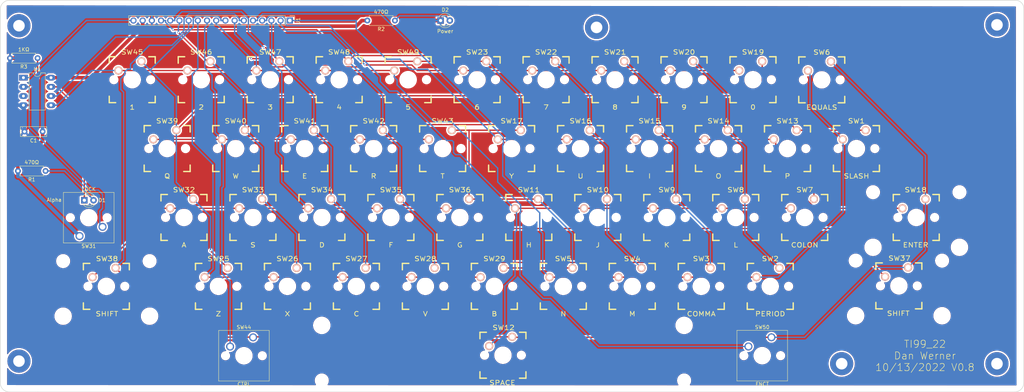
<source format=kicad_pcb>
(kicad_pcb (version 20211014) (generator pcbnew)
  (layers (0 "F.Cu" signal) (31 "B.Cu" signal) (34 "B.Paste" user) (35 "F.Paste" user) (36 "B.SilkS" user "B.Silkscreen") (37 "F.SilkS" user "F.Silkscreen") (38 "B.Mask" user) (39 "F.Mask" user) (44 "Edge.Cuts" user))
  (net 0 "")
  (net 1 "PB7")
  (net 2 "PB6")
  (net 3 "PB5")
  (net 4 "PB4")
  (net 5 "PB3")
  (net 6 "PB2")
  (net 7 "PB1")
  (net 8 "PB0")
  (net 9 "PA6")
  (net 10 "PA5")
  (net 11 "PA4")
  (net 12 "PA3")
  (net 13 "PA2")
  (net 14 "PA1")
  (net 15 "PA0")
  (net 16 "VCC")
  (net 17 "GND")
  (net 18 "Net-(D1-Pad2)")
  (net 19 "Net-(D2-Pad2)")
  (net 20 "~{RESET}")
  (net 21 "LOCK")
  (net 23 "Net-(D1-Pad1)")
  (footprint "Cherry_MX:CHERRY_PCB_100H" (layer "F.Cu") (at 243.205 124.46)
    (fp_text reference "SW19")
    (fp_text value "0")
  )
  (footprint "Cherry_MX:CHERRY_PCB_100H" (layer "F.Cu") (at 71.755 124.46)
    (fp_text reference "SW45")
    (fp_text value "1")
  )
  (footprint "Cherry_MX:CHERRY_PCB_100H" (layer "F.Cu") (at 90.805 124.46)
    (fp_text reference "SW46")
    (fp_text value "2")
  )
  (footprint "Cherry_MX:CHERRY_PCB_100H" (layer "F.Cu") (at 109.855 124.46)
    (fp_text reference "SW47")
    (fp_text value "3")
  )
  (footprint "Cherry_MX:CHERRY_PCB_100H" (layer "F.Cu") (at 128.905 124.46)
    (fp_text reference "SW48")
    (fp_text value "4")
  )
  (footprint "Cherry_MX:CHERRY_PCB_100H" (layer "F.Cu") (at 147.955 124.46)
    (fp_text reference "SW49")
    (fp_text value "5")
  )
  (footprint "Cherry_MX:CHERRY_PCB_100H" (layer "F.Cu") (at 167.005 124.46)
    (fp_text reference "SW23")
    (fp_text value "6")
  )
  (footprint "Cherry_MX:CHERRY_PCB_100H" (layer "F.Cu") (at 186.055 124.46)
    (fp_text reference "SW22")
    (fp_text value "7")
  )
  (footprint "Cherry_MX:CHERRY_PCB_100H" (layer "F.Cu") (at 205.105 124.46)
    (fp_text reference "SW21")
    (fp_text value "8")
  )
  (footprint "Cherry_MX:CHERRY_PCB_100H" (layer "F.Cu") (at 224.155 124.46)
    (fp_text reference "SW20")
    (fp_text value "9")
  )
  (footprint "Button_Switch_Keyboard:SW_Cherry_MX_1.25u_PCB" (layer "F.Cu") (at 248.3 195.7)
    (fp_text reference "SW50")
    (fp_text value "FNCT")
  )
  (footprint "Cherry_MX:CHERRY_PCB_100H" (layer "F.Cu") (at 262.2 124.5)
    (fp_text reference "SW6")
    (fp_text value "EQUALS")
  )
  (footprint "Cherry_MX:CHERRY_PCB_100H" (layer "F.Cu") (at 271.78 143.51)
    (fp_text reference "SW1")
    (fp_text value "SLASH")
  )
  (footprint "Cherry_MX:CHERRY_PCB_100H" (layer "F.Cu") (at 257.492 162.56)
    (fp_text reference "SW7")
    (fp_text value "COLON")
  )
  (footprint "Cherry_MX:CHERRY_PCB_100H" (layer "F.Cu") (at 228.918 181.61)
    (fp_text reference "SW3")
    (fp_text value "COMMA")
  )
  (footprint "Cherry_MX:CHERRY_PCB_100H" (layer "F.Cu") (at 247.968 181.61)
    (fp_text reference "SW2")
    (fp_text value "PERIOD")
  )
  (footprint "Cherry_MX:CHERRY_PCB_100H" (layer "F.Cu") (at 86.0425 162.56)
    (fp_text reference "SW32")
    (fp_text value "A")
  )
  (footprint "Cherry_MX:CHERRY_PCB_100H" (layer "F.Cu") (at 171.768 181.61)
    (fp_text reference "SW29")
    (fp_text value "B")
  )
  (footprint "Cherry_MX:CHERRY_PCB_100H" (layer "F.Cu") (at 133.668 181.61)
    (fp_text reference "SW27")
    (fp_text value "C")
  )
  (footprint "Cherry_MX:CHERRY_PCB_100H" (layer "F.Cu") (at 124.142 162.56)
    (fp_text reference "SW34")
    (fp_text value "D")
  )
  (footprint "Cherry_MX:CHERRY_PCB_100H" (layer "F.Cu") (at 119.38 143.51)
    (fp_text reference "SW41")
    (fp_text value "E")
  )
  (footprint "Cherry_MX:CHERRY_PCB_100H" (layer "F.Cu") (at 143.192 162.56)
    (fp_text reference "SW35")
    (fp_text value "F")
  )
  (footprint "Cherry_MX:CHERRY_PCB_100H" (layer "F.Cu") (at 162.242 162.56)
    (fp_text reference "SW36")
    (fp_text value "G")
  )
  (footprint "Cherry_MX:CHERRY_PCB_100H" (layer "F.Cu") (at 181.292 162.56)
    (fp_text reference "SW11")
    (fp_text value "H")
  )
  (footprint "Cherry_MX:CHERRY_PCB_100H" (layer "F.Cu") (at 214.63 143.51)
    (fp_text reference "SW15")
    (fp_text value "I")
  )
  (footprint "Cherry_MX:CHERRY_PCB_100H" (layer "F.Cu") (at 200.342 162.56)
    (fp_text reference "SW10")
    (fp_text value "J")
  )
  (footprint "Cherry_MX:CHERRY_PCB_100H" (layer "F.Cu") (at 219.392 162.56)
    (fp_text reference "SW9")
    (fp_text value "K")
  )
  (footprint "Cherry_MX:CHERRY_PCB_100H" (layer "F.Cu") (at 238.442 162.56)
    (fp_text reference "SW8")
    (fp_text value "L")
  )
  (footprint "Cherry_MX:CHERRY_PCB_100H" (layer "F.Cu") (at 209.868 181.61)
    (fp_text reference "SW4")
    (fp_text value "M")
  )
  (footprint "Cherry_MX:CHERRY_PCB_100H" (layer "F.Cu") (at 190.818 181.61)
    (fp_text reference "SW5")
    (fp_text value "N")
  )
  (footprint "Cherry_MX:CHERRY_PCB_100H" (layer "F.Cu") (at 233.68 143.51)
    (fp_text reference "SW14")
    (fp_text value "O")
  )
  (footprint "Cherry_MX:CHERRY_PCB_100H" (layer "F.Cu") (at 252.73 143.51)
    (fp_text reference "SW13")
    (fp_text value "P")
  )
  (footprint "Cherry_MX:CHERRY_PCB_100H" (layer "F.Cu") (at 81.4 143.5)
    (fp_text reference "SW39")
    (fp_text value "Q")
  )
  (footprint "Cherry_MX:CHERRY_PCB_100H" (layer "F.Cu") (at 138.43 143.51)
    (fp_text reference "SW42")
    (fp_text value "R")
  )
  (footprint "Cherry_MX:CHERRY_PCB_100H" (layer "F.Cu") (at 105.092 162.56)
    (fp_text reference "SW33")
    (fp_text value "S")
  )
  (footprint "Cherry_MX:CHERRY_PCB_100H" (layer "F.Cu") (at 157.48 143.51)
    (fp_text reference "SW43")
    (fp_text value "T")
  )
  (footprint "Cherry_MX:CHERRY_PCB_100H" (layer "F.Cu") (at 195.58 143.51)
    (fp_text reference "SW16")
    (fp_text value "U")
  )
  (footprint "Cherry_MX:CHERRY_PCB_100H" (layer "F.Cu") (at 152.718 181.61)
    (fp_text reference "SW28")
    (fp_text value "V")
  )
  (footprint "Cherry_MX:CHERRY_PCB_100H" (layer "F.Cu") (at 100.33 143.51)
    (fp_text reference "SW40")
    (fp_text value "W")
  )
  (footprint "Cherry_MX:CHERRY_PCB_100H" (layer "F.Cu") (at 114.618 181.61)
    (fp_text reference "SW26")
    (fp_text value "X")
  )
  (footprint "Cherry_MX:CHERRY_PCB_100H" (layer "F.Cu") (at 176.53 143.51)
    (fp_text reference "SW17")
    (fp_text value "Y")
  )
  (footprint "Cherry_MX:CHERRY_PCB_100H" (layer "F.Cu") (at 95.5675 181.61)
    (fp_text reference "SW25")
    (fp_text value "Z")
  )
  (footprint "Cherry_MX:CHERRY_PCB_225H" (layer "F.Cu") (at 64.6112 181.61)
    (fp_text reference "SW38")
    (fp_text value "SHIFT")
  )
  (footprint "Button_Switch_Keyboard:SW_Cherry_MX_1.75u_PCB" (layer "F.Cu") (at 57.2 167.7 180)
    (fp_text reference "SW31")
    (fp_text value "LOCK")
  )
  (footprint "Cherry_MX:CHERRY_PCB_625H" (layer "F.Cu") (at 174.149 200.66)
    (fp_text reference "SW12")
    (fp_text value "SPACE")
  )
  (footprint "Button_Switch_Keyboard:SW_Cherry_MX_1.25u_PCB" (layer "F.Cu") (at 105.14 195.72)
    (fp_text reference "SW44")
    (fp_text value "CTRL")
  )
  (footprint "Cherry_MX:CHERRY_PCB_275H" (layer "F.Cu") (at 283.5 181.483)
    (fp_text reference "SW37")
    (fp_text value "SHIFT")
  )
  (footprint "MountingHole:MountingHole_3.2mm_M3_Pad" (layer "F.Cu") (at 268 203)
    (fp_text reference "H1" hide)
    (fp_text value "MountingHole")
  )
  (footprint "MountingHole:MountingHole_3.2mm_M3_Pad" (layer "F.Cu") (at 41 110)
    (fp_text reference "H2" hide)
    (fp_text value "MountingHole")
  )
  (footprint "MountingHole:MountingHole_3.2mm_M3_Pad" (layer "F.Cu") (at 311 203)
    (fp_text reference "H3" hide)
    (fp_text value "MountingHole")
  )
  (footprint "MountingHole:MountingHole_3.2mm_M3_Pad" (layer "F.Cu") (at 41 203)
    (fp_text reference "H4" hide)
    (fp_text value "MountingHole")
  )
  (footprint "MountingHole:MountingHole_3.2mm_M3_Pad" (layer "F.Cu") (at 200 110)
    (fp_text reference "H5" hide)
    (fp_text value "MountingHole")
  )
  (footprint "MountingHole:MountingHole_3.2mm_M3_Pad" (layer "F.Cu") (at 312 110)
    (fp_text reference "H6" hide)
    (fp_text value "MountingHole")
  )
  (footprint "Cherry_MX:CHERRY_PCB_225H" (layer "F.Cu") (at 288.3 162.56)
    (fp_text reference "SW18")
    (fp_text value "ENTER")
  )
  (footprint "Connector_PinHeader_2.54mm:PinHeader_1x18_P2.54mm_Vertical" (layer "F.Cu") (at 115.275 108.1 -90)
    (fp_text reference "J1")
    (fp_text value "Computer")
  )
  (footprint "Resistor_THT:R_Axial_DIN0207_L6.3mm_D2.5mm_P7.62mm_Horizontal" (layer "F.Cu") (at 45.61 118.5 180)
    (fp_text reference "R3")
    (fp_text value "1KΩ")
  )
  (footprint "Package_DIP:DIP-8_W7.62mm_LongPads" (layer "F.Cu") (at 41.7 123.9)
    (fp_text reference "U1")
    (fp_text value "ATtiny13A-P")
  )
  (footprint "LED_THT:LED_D3.0mm" (layer "F.Cu") (at 58.525 157.8)
    (fp_text reference "D1")
    (fp_text value "Alpha")
  )
  (footprint "Capacitor_THT:C_Disc_D7.0mm_W2.5mm_P5.00mm" (layer "F.Cu") (at 47 138.8 180)
    (fp_text reference "C1")
    (fp_text value "0.1µF")
  )
  (footprint "Resistor_THT:R_Axial_DIN0207_L6.3mm_D2.5mm_P7.62mm_Horizontal" (layer "F.Cu") (at 144.31 108.1 180)
    (fp_text reference "R2")
    (fp_text value "470Ω")
  )
  (footprint "LED_THT:LED_D3.0mm" (layer "F.Cu") (at 156.925 108.1)
    (fp_text reference "D2")
    (fp_text value "Power")
  )
  (footprint "Resistor_THT:R_Axial_DIN0207_L6.3mm_D2.5mm_P7.62mm_Horizontal" (layer "F.Cu") (at 47.81 149.7 180)
    (fp_text reference "R1")
    (fp_text value "470Ω")
  )
  (gr_line (start 318 104.76) (end 318 208.199055) (layer "Edge.Cuts") (width 0.15))
  (gr_arc (start 315.679204 102.5) (mid 317.316473 103.140301) (end 318 104.76) (layer "Edge.Cuts") (width 0.15))
  (gr_arc (start 35.306051 105.036051) (mid 36.05 103.24) (end 37.846051 102.496051) (layer "Edge.Cuts") (width 0.15))
  (gr_line (start 35.306 208.026) (end 35.306051 105.036051) (layer "Edge.Cuts") (width 0.15))
  (gr_line (start 45.72 210.82) (end 37.846 210.82) (layer "Edge.Cuts") (width 0.15))
  (gr_line (start 315.679204 102.5) (end 37.846051 102.496051) (layer "Edge.Cuts") (width 0.15))
  (gr_line (start 35.306 208.026) (end 35.306 208.28) (layer "Edge.Cuts") (width 0.15))
  (gr_line (start 315.499995 210.82) (end 45.72 210.82) (layer "Edge.Cuts") (width 0.15))
  (gr_arc (start 37.846 210.82) (mid 36.049949 210.076051) (end 35.306 208.28) (layer "Edge.Cuts") (width 0.15))
  (gr_arc (start 318 208.199055) (mid 317.298867 210.03307) (end 315.499995 210.82) (layer "Edge.Cuts") (width 0.15))
  (gr_text "TI99_22\nDan Werner\n10/13/2022 V0.8" (at 290.7 200.8) (layer "F.SilkS") (effects (font (size 2 2))))
  (segment (start 125.095 121.92) (end 144.145 121.92) (width 0.375) (layer "F.Cu") (net 1))
  (segment (start 67.945 121.92) (end 86.995 121.92) (width 0.375) (layer "F.Cu") (net 1))
  (segment (start 125.095 121.92) (end 106.045 121.92) (width 0.375) (layer "F.Cu") (net 1))
  (segment (start 86.995 121.92) (end 106.045 121.92) (width 0.375) (layer "F.Cu") (net 1))
  (segment (start 144.145 123.745) (end 144.9 124.5) (width 0.375) (layer "B.Cu") (net 1))
  (segment (start 100.035 111.8634) (end 100.035 108.1) (width 0.375) (layer "B.Cu") (net 1))
  (segment (start 172.6888 152.7405) (end 179.0307 159.0824) (width 0.375) (layer "B.Cu") (net 1))
  (segment (start 106.045 121.92) (end 106.045 117.8734) (width 0.375) (layer "B.Cu") (net 1))
  (segment (start 144.9 125.9) (end 155.0733 136.0733) (width 0.375) (layer "B.Cu") (net 1))
  (segment (start 144.145 121.92) (end 144.145 123.745) (width 0.375) (layer "B.Cu") (net 1))
  (segment (start 172.6888 148.9222) (end 172.6888 152.7405) (width 0.375) (layer "B.Cu") (net 1))
  (segment (start 106.045 117.8734) (end 100.035 111.8634) (width 0.375) (layer "B.Cu") (net 1))
  (segment (start 178.8431 161.359) (end 178.8431 178.5431) (width 0.375) (layer "B.Cu") (net 1))
  (segment (start 200.6017 198.24) (end 241.95 198.24) (width 0.375) (layer "B.Cu") (net 1))
  (segment (start 179.0307 161.1714) (end 178.8431 161.359) (width 0.375) (layer "B.Cu") (net 1))
  (segment (start 49.32 131.52) (end 50.9078 131.52) (width 0.375) (layer "B.Cu") (net 1))
  (segment (start 50.9078 131.52) (end 60.5078 121.92) (width 0.375) (layer "B.Cu") (net 1))
  (segment (start 178.8431 178.5431) (end 185.26915 184.96915) (width 0.375) (layer "B.Cu") (net 1))
  (segment (start 159.8399 136.0733) (end 172.6888 148.9222) (width 0.375) (layer "B.Cu") (net 1))
  (segment (start 185.26915 184.96915) (end 187.33085 184.96915) (width 0.375) (layer "B.Cu") (net 1))
  (segment (start 155.0733 136.0733) (end 159.8399 136.0733) (width 0.375) (layer "B.Cu") (net 1))
  (segment (start 187.33085 184.96915) (end 200.6017 198.24) (width 0.375) (layer "B.Cu") (net 1))
  (segment (start 179.0307 159.0824) (end 179.0307 161.1714) (width 0.375) (layer "B.Cu") (net 1))
  (segment (start 60.5078 121.92) (end 67.945 121.92) (width 0.375) (layer "B.Cu") (net 1))
  (segment (start 144.9 124.5) (end 144.9 125.9) (width 0.375) (layer "B.Cu") (net 1))
  (segment (start 115.57 140.97) (end 96.52 140.97) (width 0.375) (layer "F.Cu") (net 2))
  (segment (start 96.52 140.97) (end 77.6 140.97) (width 0.375) (layer "F.Cu") (net 2))
  (segment (start 77.6 140.97) (end 77.59 140.96) (width 0.375) (layer "F.Cu") (net 2))
  (segment (start 134.62 140.97) (end 115.57 140.97) (width 0.375) (layer "F.Cu") (net 2))
  (segment (start 153.67 140.97) (end 134.62 140.97) (width 0.375) (layer "F.Cu") (net 2))
  (segment (start 93.8 126.9) (end 94.6462 127.7462) (width 0.375) (layer "B.Cu") (net 2))
  (segment (start 96.52 142.32) (end 96.9 142.7) (width 0.375) (layer "B.Cu") (net 2))
  (segment (start 92.415 108.1) (end 92.415 109.3378) (width 0.375) (layer "B.Cu") (net 2))
  (segment (start 91.7806 109.9722) (end 91.7806 121.1506) (width 0.375) (layer "B.Cu") (net 2))
  (segment (start 96.9 154) (end 96.52 154.38) (width 0.375) (layer "B.Cu") (net 2))
  (segment (start 96.52 154.38) (end 96.52 178.0335) (width 0.375) (layer "B.Cu") (net 2))
  (segment (start 91.7806 121.1506) (end 93.865 123.235) (width 0.375) (layer "B.Cu") (net 2))
  (segment (start 93.8 123.3) (end 93.8 126.9) (width 0.375) (layer "B.Cu") (net 2))
  (segment (start 98.79 180.3035) (end 98.79 198.26) (width 0.375) (layer "B.Cu") (net 2))
  (segment (start 92.415 109.3378) (end 91.7806 109.9722) (width 0.375) (layer "B.Cu") (net 2))
  (segment (start 93.865 123.235) (end 93.8 123.3) (width 0.375) (layer "B.Cu") (net 2))
  (segment (start 96.52 140.97) (end 96.52 142.32) (width 0.375) (layer "B.Cu") (net 2))
  (segment (start 94.6462 139.0962) (end 96.52 140.97) (width 0.375) (layer "B.Cu") (net 2))
  (segment (start 94.6462 127.7462) (end 94.6462 139.0962) (width 0.375) (layer "B.Cu") (net 2))
  (segment (start 96.9 142.7) (end 96.9 154) (width 0.375) (layer "B.Cu") (net 2))
  (segment (start 96.52 178.0335) (end 98.79 180.3035) (width 0.375) (layer "B.Cu") (net 2))
  (segment (start 169.2114 160.02) (end 158.432 160.02) (width 0.375) (layer "F.Cu") (net 3))
  (segment (start 266.3674 165.6204) (end 174.8118 165.6204) (width 0.375) (layer "F.Cu") (net 3))
  (segment (start 101.282 160.02) (end 82.2325 160.02) (width 0.375) (layer "F.Cu") (net 3))
  (segment (start 174.8118 165.6204) (end 169.2114 160.02) (width 0.375) (layer "F.Cu") (net 3))
  (segment (start 139.382 160.02) (end 120.332 160.02) (width 0.375) (layer "F.Cu") (net 3))
  (segment (start 120.332 160.02) (end 101.282 160.02) (width 0.375) (layer "F.Cu") (net 3))
  (segment (start 79.8512 160.02) (end 60.8012 179.07) (width 0.375) (layer "F.Cu") (net 3))
  (segment (start 158.432 160.02) (end 139.382 160.02) (width 0.375) (layer "F.Cu") (net 3))
  (segment (start 82.2325 160.02) (end 79.8512 160.02) (width 0.375) (layer "F.Cu") (net 3))
  (segment (start 279.69 178.943) (end 266.3674 165.6204) (width 0.375) (layer "F.Cu") (net 3))
  (segment (start 113.0613 152.7493) (end 113.0613 146.0387) (width 0.375) (layer "B.Cu") (net 3))
  (segment (start 113.0613 146.0387) (end 111.7 144.6774) (width 0.375) (layer "B.Cu") (net 3))
  (segment (start 113.0613 122.2813) (end 110.2925 119.5125) (width 0.375) (layer "B.Cu") (net 3))
  (segment (start 113.0613 139.6387) (end 113.0613 122.2813) (width 0.375) (layer "B.Cu") (net 3))
  (segment (start 110.2925 119.5125) (end 110.2925 109.4353) (width 0.375) (layer "B.Cu") (net 3))
  (segment (start 111.7 144.6774) (end 111.7 141) (width 0.375) (layer "B.Cu") (net 3))
  (segment (start 110.2925 109.4353) (end 110.195 109.3378) (width 0.375) (layer "B.Cu") (net 3))
  (segment (start 110.195 109.3378) (end 110.195 108.1) (width 0.375) (layer "B.Cu") (net 3))
  (segment (start 120.332 160.02) (end 113.0613 152.7493) (width 0.375) (layer "B.Cu") (net 3))
  (segment (start 111.7 141) (end 113.0613 139.6387) (width 0.375) (layer "B.Cu") (net 3))
  (segment (start 91.7575 179.07) (end 110.808 179.07) (width 0.375) (layer "F.Cu") (net 4))
  (segment (start 110.808 179.07) (end 129.858 179.07) (width 0.375) (layer "F.Cu") (net 4))
  (segment (start 129.858 179.07) (end 148.908 179.07) (width 0.375) (layer "F.Cu") (net 4))
  (segment (start 148.908 179.07) (end 167.958 179.07) (width 0.375) (layer "F.Cu") (net 4))
  (segment (start 88.3564 142.1944) (end 88.3564 122.9022) (width 0.375) (layer "B.Cu") (net 4))
  (segment (start 88.3564 122.9022) (end 89.875 121.3836) (width 0.375) (layer "B.Cu") (net 4))
  (segment (start 94.0626 176.7649) (end 94.0626 147.9006) (width 0.375) (layer "B.Cu") (net 4))
  (segment (start 89.875 121.3836) (end 89.875 108.1) (width 0.375) (layer "B.Cu") (net 4))
  (segment (start 94.0626 147.9006) (end 88.3564 142.1944) (width 0.375) (layer "B.Cu") (net 4))
  (segment (start 91.7575 179.07) (end 94.0626 176.7649) (width 0.375) (layer "B.Cu") (net 4))
  (segment (start 148.9641 120.3891) (end 136.045 120.3891) (width 0.375) (layer "F.Cu") (net 5))
  (segment (start 201.295 121.92) (end 220.345 121.92) (width 0.375) (layer "F.Cu") (net 5))
  (segment (start 163.195 121.92) (end 150.495 121.92) (width 0.375) (layer "F.Cu") (net 5))
  (segment (start 201.295 121.92) (end 182.245 121.92) (width 0.375) (layer "F.Cu") (net 5))
  (segment (start 220.345 121.92) (end 239.395 121.92) (width 0.375) (layer "F.Cu") (net 5))
  (segment (start 150.495 121.92) (end 148.9641 120.3891) (width 0.375) (layer "F.Cu") (net 5))
  (segment (start 182.245 121.92) (end 163.195 121.92) (width 0.375) (layer "F.Cu") (net 5))
  (via (at 136.045 120.3891) (size 0.6) (drill 0.4) (layers "F.Cu" "B.Cu") (net 5))
  (segment (start 114.5292 111.132) (end 126.7879 111.132) (width 0.375) (layer "B.Cu") (net 5))
  (segment (start 112.735 108.1) (end 112.735 109.3378) (width 0.375) (layer "B.Cu") (net 5))
  (segment (start 112.735 109.3378) (end 114.5292 111.132) (width 0.375) (layer "B.Cu") (net 5))
  (segment (start 126.7879 111.132) (end 136.045 120.3891) (width 0.375) (layer "B.Cu") (net 5))
  (segment (start 249.4905 141.5405) (end 249.4905 149.1095) (width 0.375) (layer "F.Cu") (net 6))
  (segment (start 229.87 140.97) (end 210.82 140.97) (width 0.375) (layer "F.Cu") (net 6))
  (segment (start 284.49 160.02) (end 260.401 160.02) (width 0.375) (layer "F.Cu") (net 6))
  (segment (start 172.72 140.97) (end 191.77 140.97) (width 0.375) (layer "F.Cu") (net 6))
  (segment (start 248.92 140.97) (end 249.4905 141.5405) (width 0.375) (layer "F.Cu") (net 6))
  (segment (start 260.401 160.02) (end 249.4905 149.1095) (width 0.375) (layer "F.Cu") (net 6))
  (segment (start 248.92 140.97) (end 229.87 140.97) (width 0.375) (layer "F.Cu") (net 6))
  (segment (start 210.82 140.97) (end 191.77 140.97) (width 0.375) (layer "F.Cu") (net 6))
  (segment (start 153.35 121.6) (end 172.72 140.97) (width 0.375) (layer "B.Cu") (net 6))
  (segment (start 145.7 118.8) (end 148.5 121.6) (width 0.375) (layer "B.Cu") (net 6))
  (segment (start 115.275 108.1) (end 133.6152 108.1) (width 0.375) (layer "B.Cu") (net 6))
  (segment (start 133.6152 110.4152) (end 142 118.8) (width 0.375) (layer "B.Cu") (net 6))
  (segment (start 142 118.8) (end 145.7 118.8) (width 0.375) (layer "B.Cu") (net 6))
  (segment (start 148.5 121.6) (end 153.35 121.6) (width 0.375) (layer "B.Cu") (net 6))
  (segment (start 133.6152 108.1) (end 133.6152 110.4152) (width 0.375) (layer "B.Cu") (net 6))
  (segment (start 215.582 160.02) (end 196.532 160.02) (width 0.375) (layer "F.Cu") (net 7))
  (segment (start 234.632 160.02) (end 253.682 160.02) (width 0.375) (layer "F.Cu") (net 7))
  (segment (start 215.582 160.02) (end 234.632 160.02) (width 0.375) (layer "F.Cu") (net 7))
  (segment (start 196.532 160.02) (end 177.482 160.02) (width 0.375) (layer "F.Cu") (net 7))
  (segment (start 140.28105 123.61895) (end 140.28105 124.98105) (width 0.375) (layer "B.Cu") (net 7))
  (segment (start 174.676 193.783) (end 174.676 181.5341) (width 0.375) (layer "B.Cu") (net 7))
  (segment (start 177.482 178.7281) (end 177.482 166.582) (width 0.375) (layer "B.Cu") (net 7))
  (segment (start 107.655 108.1) (end 108.8928 108.1) (width 0.375) (layer "B.Cu") (net 7))
  (segment (start 158.662 141.3) (end 160.1 141.3) (width 0.375) (layer "B.Cu") (net 7))
  (segment (start 174.676 181.5341) (end 177.482 178.7281) (width 0.375) (layer "B.Cu") (net 7))
  (segment (start 177.9 166.164) (end 177.482 166.582) (width 0.375) (layer "B.Cu") (net 7))
  (segment (start 114.0371 107.568) (end 114.0371 109.1211) (width 0.375) (layer "B.Cu") (net 7))
  (segment (start 140.28105 124.98105) (end 142.885 127.585) (width 0.375) (layer "B.Cu") (net 7))
  (segment (start 109.6663 106.8622) (end 113.3313 106.8622) (width 0.375) (layer "B.Cu") (net 7))
  (segment (start 126.1997 109.5376) (end 140.28105 123.61895) (width 0.375) (layer "B.Cu") (net 7))
  (segment (start 113.3313 106.8622) (end 114.0371 107.568) (width 0.375) (layer "B.Cu") (net 7))
  (segment (start 160.5 144.6) (end 161.1 145.2) (width 0.375) (layer "B.Cu") (net 7))
  (segment (start 161.1 145.2) (end 162.4752 145.2) (width 0.375) (layer "B.Cu") (net 7))
  (segment (start 144.947 127.585) (end 158.662 141.3) (width 0.375) (layer "B.Cu") (net 7))
  (segment (start 108.8928 107.6357) (end 109.6663 106.8622) (width 0.375) (layer "B.Cu") (net 7))
  (segment (start 142.885 127.585) (end 144.947 127.585) (width 0.375) (layer "B.Cu") (net 7))
  (segment (start 177.482 160.02) (end 177.9 160.438) (width 0.375) (layer "B.Cu") (net 7))
  (segment (start 114.4536 109.5376) (end 126.1997 109.5376) (width 0.375) (layer "B.Cu") (net 7))
  (segment (start 170.339 198.12) (end 174.676 193.783) (width 0.375) (layer "B.Cu") (net 7))
  (segment (start 177.2952 160.02) (end 177.482 160.02) (width 0.375) (layer "B.Cu") (net 7))
  (segment (start 108.8928 108.1) (end 108.8928 107.6357) (width 0.375) (layer "B.Cu") (net 7))
  (segment (start 114.0371 109.1211) (end 114.4536 109.5376) (width 0.375) (layer "B.Cu") (net 7))
  (segment (start 160.1 141.3) (end 160.5 141.7) (width 0.375) (layer "B.Cu") (net 7))
  (segment (start 160.5 141.7) (end 160.5 144.6) (width 0.375) (layer "B.Cu") (net 7))
  (segment (start 162.4752 145.2) (end 177.2952 160.02) (width 0.375) (layer "B.Cu") (net 7))
  (segment (start 177.9 160.438) (end 177.9 166.164) (width 0.375) (layer "B.Cu") (net 7))
  (segment (start 187.008 179.07) (end 206.058 179.07) (width 0.375) (layer "F.Cu") (net 8))
  (segment (start 244.158 179.07) (end 225.108 179.07) (width 0.375) (layer "F.Cu") (net 8))
  (segment (start 206.058 179.07) (end 225.108 179.07) (width 0.375) (layer "F.Cu") (net 8))
  (segment (start 174.269 140.3009) (end 174.269 142.4026) (width 0.375) (layer "B.Cu") (net 8))
  (segment (start 268.1 141.1) (end 268.1 161.1) (width 0.375) (layer "B.Cu") (net 8))
  (segment (start 174.269 142.4026) (end 174.0814 142.5902) (width 0.375) (layer "B.Cu") (net 8))
  (segment (start 250.1635 179.07) (end 268.1 161.1335) (width 0.375) (layer "B.Cu") (net 8))
  (segment (start 267.97 140.97) (end 268.1 141.1) (width 0.375) (layer "B.Cu") (net 8))
  (segment (start 267.97 140.97) (end 258.95 131.95) (width 0.375) (layer "B.Cu") (net 8))
  (segment (start 258.95 122.52) (end 258.95 131.95) (width 0.375) (layer "B.Cu") (net 8))
  (segment (start 184.3 161.2818) (end 184.3 166.1336) (width 0.375) (layer "B.Cu") (net 8))
  (segment (start 185.1332 177.1952) (end 187.008 179.07) (width 0.375) (layer "B.Cu") (net 8))
  (segment (start 174.0814 142.5902) (end 174.0814 151.0632) (width 0.375) (layer "B.Cu") (net 8))
  (segment (start 185.1332 166.9668) (end 185.1332 177.1952) (width 0.375) (layer "B.Cu") (net 8))
  (segment (start 244.158 179.07) (end 250.1635 179.07) (width 0.375) (layer "B.Cu") (net 8))
  (segment (start 174.0814 151.0632) (end 184.3 161.2818) (width 0.375) (layer "B.Cu") (net 8))
  (segment (start 140.2286 106.2605) (end 174.269 140.3009) (width 0.375) (layer "B.Cu") (net 8))
  (segment (start 106.3528 107.6358) (end 107.7281 106.2605) (width 0.375) (layer "B.Cu") (net 8))
  (segment (start 258.39 121.96) (end 258.95 122.52) (width 0.375) (layer "B.Cu") (net 8))
  (segment (start 107.7281 106.2605) (end 140.2286 106.2605) (width 0.375) (layer "B.Cu") (net 8))
  (segment (start 268.1 161.1335) (end 268.1 161.1) (width 0.375) (layer "B.Cu") (net 8))
  (segment (start 184.3 166.1336) (end 185.1332 166.9668) (width 0.375) (layer "B.Cu") (net 8))
  (segment (start 106.3528 108.1) (end 106.3528 107.6358) (width 0.375) (layer "B.Cu") (net 8))
  (segment (start 105.115 108.1) (end 106.3528 108.1) (width 0.375) (layer "B.Cu") (net 8))
  (segment (start 67.2213 112.6665) (end 50.9078 128.98) (width 0.375) (layer "B.Cu") (net 9))
  (segment (start 99.9489 106.2475) (end 87.3901 106.2475) (width 0.375) (layer "B.Cu") (net 9))
  (segment (start 84.2168 112.6664) (end 67.2213 112.6664) (width 0.375) (layer "B.Cu") (net 9))
  (segment (start 87.3901 106.2475) (end 86.065 107.5726) (width 0.375) (layer "B.Cu") (net 9))
  (segment (start 86.065 107.5726) (end 86.065 110.8182) (width 0.375) (layer "B.Cu") (net 9))
  (segment (start 86.065 110.8182) (end 84.2168 112.6664) (width 0.375) (layer "B.Cu") (net 9))
  (segment (start 101.3372 107.6358) (end 99.9489 106.2475) (width 0.375) (layer "B.Cu") (net 9))
  (segment (start 49.32 128.98) (end 50.9078 128.98) (width 0.375) (layer "B.Cu") (net 9))
  (segment (start 101.3372 108.1) (end 101.3372 107.6358) (width 0.375) (layer "B.Cu") (net 9))
  (segment (start 102.575 108.1) (end 101.3372 108.1) (width 0.375) (layer "B.Cu") (net 9))
  (segment (start 67.2213 112.6664) (end 67.2213 112.6665) (width 0.375) (layer "B.Cu") (net 9))
  (segment (start 248.3 195.7) (end 176.809 195.7) (width 0.375) (layer "F.Cu") (net 10))
  (segment (start 176.809 195.7) (end 176.689 195.58) (width 0.375) (layer "F.Cu") (net 10))
  (segment (start 86.2712 195.65) (end 67.1512 176.53) (width 0.375) (layer "F.Cu") (net 10))
  (segment (start 105.14 195.72) (end 105.14 195.65) (width 0.375) (layer "F.Cu") (net 10))
  (segment (start 105.14 195.65) (end 86.2712 195.65) (width 0.375) (layer "F.Cu") (net 10))
  (segment (start 105.21 195.58) (end 105.14 195.65) (width 0.375) (layer "F.Cu") (net 10))
  (segment (start 176.689 195.58) (end 105.21 195.58) (width 0.375) (layer "F.Cu") (net 10))
  (segment (start 82.7439 114.953) (end 76.5006 114.953) (width 0.375) (layer "B.Cu") (net 10))
  (segment (start 71.2829 121.5637) (end 70.4363 121.5637) (width 0.375) (layer "B.Cu") (net 10))
  (segment (start 276.769 176.403) (end 257.472 195.7) (width 0.375) (layer "B.Cu") (net 10))
  (segment (start 87.335 110.3619) (end 82.7439 114.953) (width 0.375) (layer "B.Cu") (net 10))
  (segment (start 71.2829 120.1707) (end 71.2829 121.5637) (width 0.375) (layer "B.Cu") (net 10))
  (segment (start 70.4363 121.5637) (end 69.7233 122.2767) (width 0.375) (layer "B.Cu") (net 10))
  (segment (start 68.6 127.1534) (end 69.3733 127.9267) (width 0.375) (layer "B.Cu") (net 10))
  (segment (start 290.84 145.52) (end 264.74 119.42) (width 0.375) (layer "B.Cu") (net 10))
  (segment (start 290.84 157.48) (end 290.84 171.603) (width 0.375) (layer "B.Cu") (net 10))
  (segment (start 69.3733 174.3079) (end 67.1512 176.53) (width 0.375) (layer "B.Cu") (net 10))
  (segment (start 87.335 108.1) (end 87.335 110.3619) (width 0.375) (layer "B.Cu") (net 10))
  (segment (start 257.472 195.7) (end 248.3 195.7) (width 0.375) (layer "B.Cu") (net 10))
  (segment (start 286.04 176.403) (end 276.769 176.403) (width 0.375) (layer "B.Cu") (net 10))
  (segment (start 68.6 124.2) (end 68.6 127.1534) (width 0.375) (layer "B.Cu") (net 10))
  (segment (start 69.3733 127.9267) (end 69.3733 174.3079) (width 0.375) (layer "B.Cu") (net 10))
  (segment (start 69.7233 122.2767) (end 69.7233 123.0767) (width 0.375) (layer "B.Cu") (net 10))
  (segment (start 76.5006 114.953) (end 71.2829 120.1707) (width 0.375) (layer "B.Cu") (net 10))
  (segment (start 290.84 171.603) (end 286.04 176.403) (width 0.375) (layer "B.Cu") (net 10))
  (segment (start 69.7233 123.0767) (end 68.6 124.2) (width 0.375) (layer "B.Cu") (net 10))
  (segment (start 290.84 157.48) (end 290.84 145.52) (width 0.375) (layer "B.Cu") (net 10))
  (segment (start 113.3481 120.9131) (end 109.4409 120.9131) (width 0.375) (layer "F.Cu") (net 11))
  (segment (start 164.782 138.43) (end 160.02 138.43) (width 0.375) (layer "F.Cu") (net 11))
  (segment (start 164.782 138.43) (end 164.782 157.48) (width 0.375) (layer "F.Cu") (net 11))
  (segment (start 169.545 119.38) (end 150.495 119.38) (width 0.375) (layer "F.Cu") (net 11))
  (segment (start 129.5103 120.9273) (end 128.9721 120.3891) (width 0.375) (layer "F.Cu") (net 11))
  (segment (start 150.495 119.38) (end 135.5339 119.38) (width 0.375) (layer "F.Cu") (net 11))
  (segment (start 179.07 138.43) (end 164.782 138.43) (width 0.375) (layer "F.Cu") (net 11))
  (segment (start 109.4409 120.9131) (end 107.1664 118.6386) (width 0.375) (layer "F.Cu") (net 11))
  (segment (start 193.358 176.53) (end 174.308 176.53) (width 0.375) (layer "F.Cu") (net 11))
  (segment (start 164.782 157.48) (end 183.832 157.48) (width 0.375) (layer "F.Cu") (net 11))
  (segment (start 107.1664 118.6386) (end 104.6663 118.6386) (width 0.375) (layer "F.Cu") (net 11))
  (segment (start 128.9721 120.3891) (end 113.8721 120.3891) (width 0.375) (layer "F.Cu") (net 11))
  (segment (start 113.8721 120.3891) (end 113.3481 120.9131) (width 0.375) (layer "F.Cu") (net 11))
  (segment (start 135.5339 119.38) (end 133.9866 120.9273) (width 0.375) (layer "F.Cu") (net 11))
  (segment (start 133.9866 120.9273) (end 129.5103 120.9273) (width 0.375) (layer "F.Cu") (net 11))
  (via (at 104.6663 118.6386) (size 0.6) (drill 0.4) (layers "F.Cu" "B.Cu") (net 11))
  (segment (start 94.955 108.1) (end 94.955 109.3378) (width 0.375) (layer "B.Cu") (net 11))
  (segment (start 193.358 176.53) (end 193.358 167.006) (width 0.375) (layer "B.Cu") (net 11))
  (segment (start 179.07 138.43) (end 179.07 128.905) (width 0.375) (layer "B.Cu") (net 11))
  (segment (start 104.6663 118.6386) (end 95.3655 109.3378) (width 0.375) (layer "B.Cu") (net 11))
  (segment (start 179.07 128.905) (end 169.545 119.38) (width 0.375) (layer "B.Cu") (net 11))
  (segment (start 193.358 167.006) (end 183.832 157.48) (width 0.375) (layer "B.Cu") (net 11))
  (segment (start 95.3655 109.3378) (end 94.955 109.3378) (width 0.375) (layer "B.Cu") (net 11))
  (segment (start 131.445 119.38) (end 122.7175 110.6525) (width 0.375) (layer "F.Cu") (net 12))
  (segment (start 122.7175 110.6525) (end 83.0411 110.6525) (width 0.375) (layer "F.Cu") (net 12))
  (segment (start 133.041 117.784) (end 131.445 119.38) (width 0.375) (layer "F.Cu") (net 12))
  (segment (start 188.595 119.38) (end 186.999 117.784) (width 0.375) (layer "F.Cu") (net 12))
  (segment (start 186.999 117.784) (end 133.041 117.784) (width 0.375) (layer "F.Cu") (net 12))
  (via (at 83.0411 110.6525) (size 0.6) (drill 0.4) (layers "F.Cu" "B.Cu") (net 12))
  (segment (start 202.882 157.48) (end 202.882 143.192) (width 0.375) (layer "B.Cu") (net 12))
  (segment (start 140.97 128.905) (end 131.445 119.38) (width 0.375) (layer "B.Cu") (net 12))
  (segment (start 202.882 143.192) (end 198.12 138.43) (width 0.375) (layer "B.Cu") (net 12))
  (segment (start 198.12 128.905) (end 188.595 119.38) (width 0.375) (layer "B.Cu") (net 12))
  (segment (start 79.715 108.1) (end 80.9528 108.1) (width 0.375) (layer "B.Cu") (net 12))
  (segment (start 155.258 176.53) (end 155.258 167.006) (width 0.375) (layer "B.Cu") (net 12))
  (segment (start 145.732 143.192) (end 140.97 138.43) (width 0.375) (layer "B.Cu") (net 12))
  (segment (start 212.408 176.53) (end 202.882 167.004) (width 0.375) (layer "B.Cu") (net 12))
  (segment (start 140.97 138.43) (end 140.97 128.905) (width 0.375) (layer "B.Cu") (net 12))
  (segment (start 155.258 167.006) (end 145.732 157.48) (width 0.375) (layer "B.Cu") (net 12))
  (segment (start 80.9528 108.5642) (end 80.9528 108.1) (width 0.375) (layer "B.Cu") (net 12))
  (segment (start 83.0411 110.6525) (end 80.9528 108.5642) (width 0.375) (layer "B.Cu") (net 12))
  (segment (start 198.12 138.43) (end 198.12 128.905) (width 0.375) (layer "B.Cu") (net 12))
  (segment (start 145.732 157.48) (end 145.732 143.192) (width 0.375) (layer "B.Cu") (net 12))
  (segment (start 202.882 167.004) (end 202.882 157.48) (width 0.375) (layer "B.Cu") (net 12))
  (segment (start 112.395 119.38) (end 108.6092 115.5942) (width 0.375) (layer "F.Cu") (net 13))
  (segment (start 231.458 176.53) (end 229.9233 174.9953) (width 0.375) (layer "F.Cu") (net 13))
  (segment (start 108.6092 115.5942) (end 108.1646 115.5942) (width 0.375) (layer "F.Cu") (net 13))
  (segment (start 229.9233 174.9953) (end 137.7427 174.9953) (width 0.375) (layer "F.Cu") (net 13))
  (segment (start 137.7427 174.9953) (end 136.208 176.53) (width 0.375) (layer "F.Cu") (net 13))
  (via (at 108.1646 115.5942) (size 0.6) (drill 0.4) (layers "F.Cu" "B.Cu") (net 13))
  (segment (start 126.682 157.48) (end 136.208 167.006) (width 0.375) (layer "B.Cu") (net 13))
  (segment (start 101.8998 105.6721) (end 85.4565 105.6721) (width 0.375) (layer "B.Cu") (net 13))
  (segment (start 108.1646 115.5942) (end 103.845 111.2746) (width 0.375) (layer "B.Cu") (net 13))
  (segment (start 103.845 111.2746) (end 103.845 107.6173) (width 0.375) (layer "B.Cu") (net 13))
  (segment (start 136.208 167.006) (end 136.208 176.53) (width 0.375) (layer "B.Cu") (net 13))
  (segment (start 83.4928 107.6358) (end 83.4928 108.1) (width 0.375) (layer "B.Cu") (net 13))
  (segment (start 85.4565 105.6721) (end 83.4928 107.6358) (width 0.375) (layer "B.Cu") (net 13))
  (segment (start 126.682 143.192) (end 126.682 157.48) (width 0.375) (layer "B.Cu") (net 13))
  (segment (start 121.92 138.43) (end 121.92 128.905) (width 0.375) (layer "B.Cu") (net 13))
  (segment (start 82.255 108.1) (end 83.4928 108.1) (width 0.375) (layer "B.Cu") (net 13))
  (segment (start 231.458 167.006) (end 221.932 157.48) (width 0.375) (layer "B.Cu") (net 13))
  (segment (start 221.932 143.192) (end 217.17 138.43) (width 0.375) (layer "B.Cu") (net 13))
  (segment (start 121.92 138.43) (end 126.682 143.192) (width 0.375) (layer "B.Cu") (net 13))
  (segment (start 217.17 128.905) (end 207.645 119.38) (width 0.375) (layer "B.Cu") (net 13))
  (segment (start 121.92 128.905) (end 112.395 119.38) (width 0.375) (layer "B.Cu") (net 13))
  (segment (start 217.17 138.43) (end 217.17 128.905) (width 0.375) (layer "B.Cu") (net 13))
  (segment (start 231.458 176.53) (end 231.458 167.006) (width 0.375) (layer "B.Cu") (net 13))
  (segment (start 103.845 107.6173) (end 101.8998 105.6721) (width 0.375) (layer "B.Cu") (net 13))
  (segment (start 221.932 157.48) (end 221.932 143.192) (width 0.375) (layer "B.Cu") (net 13))
  (segment (start 93.345 119.38) (end 92.4905 119.38) (width 0.375) (layer "F.Cu") (net 14))
  (segment (start 104.416 136.884) (end 234.674 136.884) (width 0.375) (layer "F.Cu") (net 14))
  (segment (start 234.674 136.884) (end 236.22 138.43) (width 0.375) (layer "F.Cu") (net 14))
  (segment (start 92.4905 119.38) (end 84.5019 111.3914) (width 0.375) (layer "F.Cu") (net 14))
  (segment (start 102.87 138.43) (end 104.416 136.884) (width 0.375) (layer "F.Cu") (net 14))
  (via (at 84.5019 111.3914) (size 0.6) (drill 0.4) (layers "F.Cu" "B.Cu") (net 14))
  (segment (start 240.982 167.004) (end 240.982 157.48) (width 0.375) (layer "B.Cu") (net 14))
  (segment (start 102.87 128.905) (end 93.345 119.38) (width 0.375) (layer "B.Cu") (net 14))
  (segment (start 102.87 138.43) (end 102.87 128.905) (width 0.375) (layer "B.Cu") (net 14))
  (segment (start 240.982 143.192) (end 236.22 138.43) (width 0.375) (layer "B.Cu") (net 14))
  (segment (start 117.158 176.53) (end 117.158 167.006) (width 0.375) (layer "B.Cu") (net 14))
  (segment (start 240.982 157.48) (end 240.982 143.192) (width 0.375) (layer "B.Cu") (net 14))
  (segment (start 107.632 143.192) (end 102.87 138.43) (width 0.375) (layer "B.Cu") (net 14))
  (segment (start 117.158 167.006) (end 107.632 157.48) (width 0.375) (layer "B.Cu") (net 14))
  (segment (start 84.5019 109.6309) (end 84.795 109.3378) (width 0.375) (layer "B.Cu") (net 14))
  (segment (start 250.508 176.53) (end 240.982 167.004) (width 0.375) (layer "B.Cu") (net 14))
  (segment (start 84.5019 111.3914) (end 84.5019 109.6309) (width 0.375) (layer "B.Cu") (net 14))
  (segment (start 236.22 128.905) (end 226.695 119.38) (width 0.375) (layer "B.Cu") (net 14))
  (segment (start 107.632 157.48) (end 107.632 143.192) (width 0.375) (layer "B.Cu") (net 14))
  (segment (start 84.795 108.1) (end 84.795 109.3378) (width 0.375) (layer "B.Cu") (net 14))
  (segment (start 236.22 138.43) (end 236.22 128.905) (width 0.375) (layer "B.Cu") (net 14))
  (segment (start 245.745 119.38) (end 245.745 128.905) (width 0.375) (layer "F.Cu") (net 15))
  (segment (start 245.745 128.905) (end 93.455 128.905) (width 0.375) (layer "F.Cu") (net 15))
  (segment (start 245.745 128.905) (end 255.27 138.43) (width 0.375) (layer "F.Cu") (net 15))
  (segment (start 93.455 128.905) (end 83.94 138.42) (width 0.375) (layer "F.Cu") (net 15))
  (segment (start 260.032 138.43) (end 260.032 157.48) (width 0.375) (layer "F.Cu") (net 15))
  (segment (start 260.032 138.43) (end 274.32 138.43) (width 0.375) (layer "F.Cu") (net 15))
  (segment (start 98.1075 176.53) (end 93.3687 171.7912) (width 0.375) (layer "F.Cu") (net 15))
  (segment (start 255.27 138.43) (end 260.032 138.43) (width 0.375) (layer "F.Cu") (net 15))
  (via (at 93.3687 171.7912) (size 0.6) (drill 0.4) (layers "F.Cu" "B.Cu") (net 15))
  (segment (start 83.94 129.025) (end 83.94 138.42) (width 0.375) (layer "B.Cu") (net 15))
  (segment (start 74.295 119.38) (end 76.7128 121.7978) (width 0.375) (layer "B.Cu") (net 15))
  (segment (start 76.7128 121.7978) (end 88.605 109.9056) (width 0.375) (layer "B.Cu") (net 15))
  (segment (start 88.5825 157.48) (end 93.3687 162.2662) (width 0.375) (layer "B.Cu") (net 15))
  (segment (start 88.5825 157.48) (end 83.94 152.8375) (width 0.375) (layer "B.Cu") (net 15))
  (segment (start 88.605 107.6159) (end 89.3587 106.8622) (width 0.375) (layer "B.Cu") (net 15))
  (segment (start 96.2572 107.6357) (end 96.2572 108.1) (width 0.375) (layer "B.Cu") (net 15))
  (segment (start 76.7128 121.7978) (end 83.94 129.025) (width 0.375) (layer "B.Cu") (net 15))
  (segment (start 93.3687 162.2662) (end 93.3687 171.7912) (width 0.375) (layer "B.Cu") (net 15))
  (segment (start 97.495 108.1) (end 96.2572 108.1) (width 0.375) (layer "B.Cu") (net 15))
  (segment (start 95.4837 106.8622) (end 96.2572 107.6357) (width 0.375) (layer "B.Cu") (net 15))
  (segment (start 83.94 152.8375) (end 83.94 138.42) (width 0.375) (layer "B.Cu") (net 15))
  (segment (start 89.3587 106.8622) (end 95.4837 106.8622) (width 0.375) (layer "B.Cu") (net 15))
  (segment (start 88.605 109.9056) (end 88.605 107.6159) (width 0.375) (layer "B.Cu") (net 15))
  (segment (start 60.3853 123.9) (end 74.635 109.6503) (width 1) (layer "F.Cu") (net 16))
  (segment (start 136.69 108.1) (end 135.1897 108.1) (width 1) (layer "F.Cu") (net 16))
  (segment (start 49.32 123.9) (end 60.3853 123.9) (width 1) (layer "F.Cu") (net 16))
  (segment (start 47 141.3897) (end 47 138.8) (width 1) (layer "F.Cu") (net 16))
  (segment (start 40.19 149.7) (end 40.19 148.1997) (width 1) (layer "F.Cu") (net 16))
  (segment (start 40.19 148.1997) (end 47 141.3897) (width 1) (layer "F.Cu") (net 16))
  (segment (start 74.635 108.1) (end 74.635 109.6503) (width 1) (layer "F.Cu") (net 16))
  (segment (start 133.6394 109.6503) (end 135.1897 108.1) (width 1) (layer "F.Cu") (net 16))
  (segment (start 74.635 109.6503) (end 133.6394 109.6503) (width 1) (layer "F.Cu") (net 16))
  (segment (start 47 138.8) (end 47 124.3197) (width 1) (layer "B.Cu") (net 16))
  (segment (start 40.7003 151.2003) (end 57.2 167.7) (width 1) (layer "B.Cu") (net 16))
  (segment (start 40.19 149.7) (end 40.19 151.2003) (width 1) (layer "B.Cu") (net 16))
  (segment (start 40.19 151.2003) (end 40.7003 151.2003) (width 1) (layer "B.Cu") (net 16))
  (segment (start 47 124.3197) (end 47.4197 123.9) (width 1) (layer "B.Cu") (net 16))
  (segment (start 49.32 123.9) (end 47.4197 123.9) (width 1) (layer "B.Cu") (net 16))
  (segment (start 77.175 106.5497) (end 51.4406 106.5497) (width 1) (layer "F.Cu") (net 17))
  (segment (start 155.3247 108.1) (end 153.7744 106.5497) (width 1) (layer "F.Cu") (net 17))
  (segment (start 51.4406 106.5497) (end 39.4903 118.5) (width 1) (layer "F.Cu") (net 17))
  (segment (start 153.7744 106.5497) (end 77.175 106.5497) (width 1) (layer "F.Cu") (net 17))
  (segment (start 77.175 108.1) (end 77.175 106.5497) (width 1) (layer "F.Cu") (net 17))
  (segment (start 37.99 118.5) (end 39.4903 118.5) (width 1) (layer "F.Cu") (net 17))
  (segment (start 156.925 108.1) (end 155.3247 108.1) (width 1) (layer "F.Cu") (net 17))
  (segment (start 39.7997 131.52) (end 39.7997 121.81) (width 1) (layer "B.Cu") (net 17))
  (segment (start 42 132.7701) (end 42 138.8) (width 1) (layer "B.Cu") (net 17))
  (segment (start 40.7499 131.52) (end 39.7997 131.52) (width 1) (layer "B.Cu") (net 17))
  (segment (start 37.99 118.5) (end 37.99 120.0003) (width 1) (layer "B.Cu") (net 17))
  (segment (start 41.7 131.52) (end 40.7499 131.52) (width 1) (layer "B.Cu") (net 17))
  (segment (start 39.7997 121.81) (end 37.99 120.0003) (width 1) (layer "B.Cu") (net 17))
  (segment (start 40.7499 131.52) (end 42 132.7701) (width 1) (layer "B.Cu") (net 17))
  (segment (start 53.065 149.7) (end 61.065 157.7) (width 0.375) (layer "B.Cu") (net 18))
  (segment (start 47.81 149.7) (end 53.065 149.7) (width 0.375) (layer "B.Cu") (net 18))
  (segment (start 145.5979 106.8121) (end 144.31 108.1) (width 0.375) (layer "B.Cu") (net 19))
  (segment (start 159.465 108.1) (end 158.1771 106.8121) (width 0.375) (layer "B.Cu") (net 19))
  (segment (start 158.1771 106.8121) (end 145.5979 106.8121) (width 0.375) (layer "B.Cu") (net 19))
  (segment (start 59.0878 108.1) (end 72.095 108.1) (width 0.375) (layer "B.Cu") (net 20))
  (segment (start 43.2878 123.9) (end 59.0878 108.1) (width 0.375) (layer "B.Cu") (net 20))
  (segment (start 41.7 123.9) (end 43.2878 123.9) (width 0.375) (layer "B.Cu") (net 20))
  (segment (start 43.144 126.44) (end 45.61 123.974) (width 0.375) (layer "F.Cu") (net 21))
  (segment (start 45.61 123.974) (end 45.61 118.5) (width 0.375) (layer "F.Cu") (net 21))
  (segment (start 41.7 126.44) (end 43.144 126.44) (width 0.375) (layer "F.Cu") (net 21))
  (segment (start 43.2878 137.6876) (end 60.6001 154.9999) (width 0.375) (layer "B.Cu") (net 21))
  (segment (start 62.3999 154.9999) (end 63.55 156.15) (width 0.375) (layer "B.Cu") (net 21))
  (segment (start 62.8 164.41) (end 63.55 165.16) (width 0.375) (layer "B.Cu") (net 21))
  (segment (start 62.8 160.8) (end 62.8 164.41) (width 0.375) (layer "B.Cu") (net 21))
  (segment (start 63.55 160.05) (end 62.8 160.8) (width 0.375) (layer "B.Cu") (net 21))
  (segment (start 60.6001 154.9999) (end 62.3999 154.9999) (width 0.375) (layer "B.Cu") (net 21))
  (segment (start 63.55 156.15) (end 63.55 160.05) (width 0.375) (layer "B.Cu") (net 21))
  (segment (start 43.2878 126.44) (end 43.2878 137.6876) (width 0.375) (layer "B.Cu") (net 21))
  (segment (start 41.7 126.44) (end 43.2878 126.44) (width 0.375) (layer "B.Cu") (net 21))
  (segment (start 58.525 134.0572) (end 50.9078 126.44) (width 0.375) (layer "F.Cu") (net 23))
  (segment (start 49.32 126.44) (end 50.9078 126.44) (width 0.375) (layer "F.Cu") (net 23))
  (segment (start 58.525 157.7) (end 58.525 134.0572) (width 0.375) (layer "F.Cu") (net 23))
  (zone (net 17) (net_name "GND") (layers F&B.Cu) (connect_pads (clearance 0.4318)) (min_thickness 0.254) (fill yes (thermal_gap 0.508) (thermal_bridge_width 0.508))
    (polygon (pts (xy 315.8 104.2) (xy 316 209) (xy 37.2 208.9) (xy 37.1 103.9)))
  )
)
</source>
